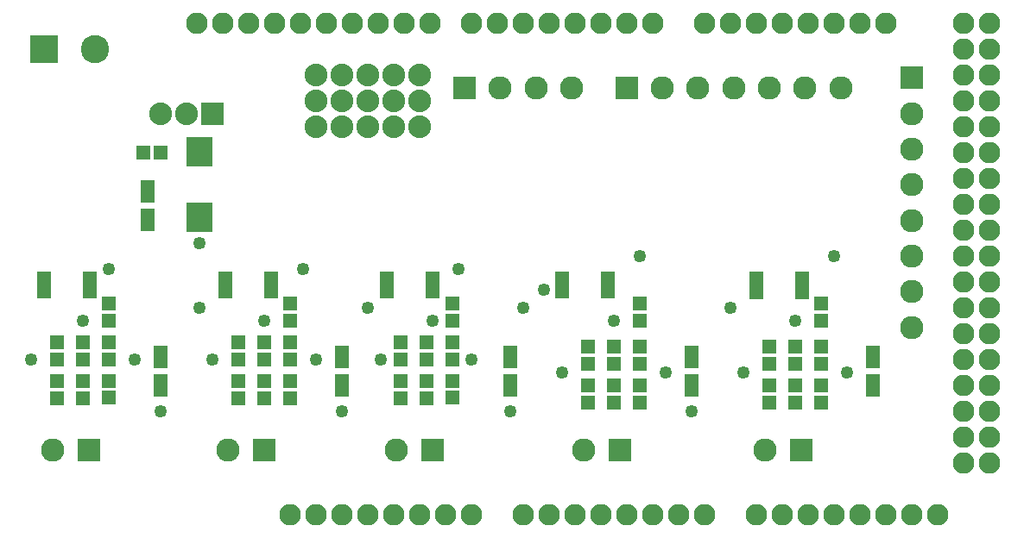
<source format=gts>
G04 MADE WITH FRITZING*
G04 WWW.FRITZING.ORG*
G04 DOUBLE SIDED*
G04 HOLES PLATED*
G04 CONTOUR ON CENTER OF CONTOUR VECTOR*
%ASAXBY*%
%FSLAX23Y23*%
%MOIN*%
%OFA0B0*%
%SFA1.0B1.0*%
%ADD10C,0.088000*%
%ADD11C,0.090000*%
%ADD12C,0.082917*%
%ADD13C,0.109055*%
%ADD14C,0.049370*%
%ADD15R,0.053307X0.025748*%
%ADD16R,0.090000X0.090000*%
%ADD17R,0.088000X0.088000*%
%ADD18R,0.109055X0.109055*%
%ADD19R,0.104488X0.112362*%
%ADD20R,0.057244X0.088740*%
%ADD21R,0.057244X0.053307*%
%ADD22R,0.053307X0.057244*%
%LNMASK1*%
G90*
G70*
G54D10*
X1500Y1807D03*
X1500Y1707D03*
X1500Y1607D03*
X1200Y1807D03*
X1200Y1707D03*
X1200Y1607D03*
X1300Y1807D03*
X1300Y1707D03*
X1300Y1607D03*
X1400Y1807D03*
X1400Y1707D03*
X1400Y1607D03*
X1600Y1807D03*
X1600Y1707D03*
X1600Y1607D03*
G54D11*
X3500Y1795D03*
X3500Y1657D03*
X3500Y1519D03*
X3500Y1381D03*
X3500Y1244D03*
X3500Y1106D03*
X3500Y968D03*
X3500Y830D03*
X1775Y1757D03*
X1912Y1757D03*
X2050Y1757D03*
X2188Y1757D03*
G54D10*
X800Y1657D03*
X700Y1657D03*
X600Y1657D03*
G54D12*
X3000Y107D03*
X1400Y107D03*
X3100Y107D03*
X3200Y107D03*
X3300Y107D03*
X3400Y107D03*
X3700Y1507D03*
X3500Y107D03*
X3600Y107D03*
X1440Y2007D03*
X2000Y107D03*
X2100Y107D03*
X2200Y107D03*
X2300Y107D03*
X3700Y707D03*
X2400Y107D03*
X2500Y107D03*
X2600Y107D03*
X2700Y107D03*
X2200Y2007D03*
X3700Y1907D03*
X3700Y1107D03*
X3700Y307D03*
X1040Y2007D03*
X1800Y107D03*
X1800Y2007D03*
X3700Y1707D03*
X3700Y1307D03*
X3700Y907D03*
X3400Y2007D03*
X3700Y507D03*
X3300Y2007D03*
X3200Y2007D03*
X3100Y2007D03*
X3000Y2007D03*
X2900Y2007D03*
X2800Y2007D03*
X2700Y2007D03*
X840Y2007D03*
X1240Y2007D03*
X1640Y2007D03*
X1200Y107D03*
X1600Y107D03*
X2400Y2007D03*
X2000Y2007D03*
X3700Y2007D03*
X3700Y1807D03*
X3700Y1607D03*
X3700Y1407D03*
X3700Y1207D03*
X3700Y1007D03*
X3700Y807D03*
X3700Y607D03*
X3700Y407D03*
X740Y2007D03*
X940Y2007D03*
X1140Y2007D03*
X1340Y2007D03*
X1540Y2007D03*
X1100Y107D03*
X1300Y107D03*
X1500Y107D03*
X1700Y107D03*
X2500Y2007D03*
X2300Y2007D03*
X2100Y2007D03*
X1900Y2007D03*
X3800Y2007D03*
X3800Y1907D03*
X3800Y1807D03*
X3800Y1707D03*
X3800Y1607D03*
X3800Y1507D03*
X3800Y1407D03*
X3800Y1307D03*
X3800Y1207D03*
X3800Y1107D03*
X3800Y1007D03*
X3800Y907D03*
X3800Y807D03*
X3800Y707D03*
X3800Y607D03*
X3800Y507D03*
X3800Y407D03*
X3800Y307D03*
X2900Y107D03*
G54D11*
X2400Y1757D03*
X2538Y1757D03*
X2676Y1757D03*
X2814Y1757D03*
X2951Y1757D03*
X3089Y1757D03*
X3227Y1757D03*
G54D13*
X150Y1907D03*
X347Y1907D03*
G54D11*
X3073Y357D03*
X2935Y357D03*
X2373Y357D03*
X2235Y357D03*
X1650Y357D03*
X1512Y357D03*
X1000Y357D03*
X862Y357D03*
X323Y357D03*
X185Y357D03*
G54D14*
X500Y707D03*
X100Y707D03*
X400Y1057D03*
X800Y707D03*
X1200Y707D03*
X1150Y1057D03*
X1450Y707D03*
X1800Y707D03*
X1750Y1057D03*
X2150Y657D03*
X2550Y657D03*
X2450Y1107D03*
X3200Y1107D03*
X3250Y657D03*
X2850Y657D03*
X300Y857D03*
X1000Y857D03*
X1650Y857D03*
X2350Y857D03*
X3050Y857D03*
X2800Y907D03*
X2650Y507D03*
X1950Y507D03*
X1300Y507D03*
X600Y507D03*
X2000Y907D03*
X1400Y907D03*
X750Y907D03*
X2082Y977D03*
X750Y1157D03*
G54D15*
X2900Y1031D03*
X2900Y1005D03*
X2900Y980D03*
X2900Y954D03*
X3077Y954D03*
X3077Y980D03*
X3077Y1005D03*
X3077Y1031D03*
X2150Y1032D03*
X2150Y1007D03*
X2150Y981D03*
X2150Y956D03*
X2327Y956D03*
X2327Y981D03*
X2327Y1007D03*
X2327Y1032D03*
X1473Y1031D03*
X1473Y1006D03*
X1473Y980D03*
X1473Y955D03*
X1650Y955D03*
X1650Y980D03*
X1650Y1006D03*
X1650Y1031D03*
X850Y1032D03*
X850Y1007D03*
X850Y981D03*
X850Y956D03*
X1027Y956D03*
X1027Y981D03*
X1027Y1007D03*
X1027Y1032D03*
X150Y1031D03*
X150Y1006D03*
X150Y980D03*
X150Y955D03*
X327Y955D03*
X327Y980D03*
X327Y1006D03*
X327Y1031D03*
G54D16*
X3500Y1795D03*
X1775Y1757D03*
G54D17*
X800Y1657D03*
G54D16*
X2400Y1757D03*
G54D18*
X150Y1907D03*
G54D16*
X3073Y357D03*
X2373Y357D03*
X1650Y357D03*
G54D19*
X750Y1509D03*
X750Y1257D03*
G54D16*
X1000Y357D03*
G54D20*
X550Y1247D03*
X550Y1357D03*
G54D21*
X600Y1507D03*
X533Y1507D03*
G54D16*
X323Y357D03*
G54D22*
X3050Y540D03*
X3050Y607D03*
X2350Y539D03*
X2350Y606D03*
X1627Y557D03*
X1627Y624D03*
X1000Y557D03*
X1000Y624D03*
X300Y557D03*
X300Y624D03*
X2950Y539D03*
X2950Y606D03*
X2250Y540D03*
X2250Y607D03*
X1527Y557D03*
X1527Y624D03*
X900Y557D03*
X900Y624D03*
X200Y557D03*
X200Y624D03*
X3150Y857D03*
X3150Y924D03*
X2450Y857D03*
X2450Y924D03*
X1727Y856D03*
X1727Y923D03*
X1100Y857D03*
X1100Y924D03*
X400Y857D03*
X400Y924D03*
X3050Y757D03*
X3050Y690D03*
X2350Y757D03*
X2350Y690D03*
X1627Y774D03*
X1627Y707D03*
X1000Y774D03*
X1000Y707D03*
X300Y774D03*
X300Y707D03*
G54D20*
X3350Y717D03*
X3350Y607D03*
X2650Y717D03*
X2650Y607D03*
X1950Y717D03*
X1950Y607D03*
X1300Y717D03*
X1300Y607D03*
X600Y717D03*
X600Y607D03*
G54D22*
X3150Y607D03*
X3150Y540D03*
X2450Y607D03*
X2450Y540D03*
X1727Y624D03*
X1727Y558D03*
X1100Y624D03*
X1100Y557D03*
X400Y624D03*
X400Y558D03*
X3150Y690D03*
X3150Y757D03*
X2450Y690D03*
X2450Y757D03*
X1727Y706D03*
X1727Y773D03*
X1100Y707D03*
X1100Y774D03*
X400Y707D03*
X400Y774D03*
X2950Y757D03*
X2950Y690D03*
X2250Y757D03*
X2250Y690D03*
X1527Y774D03*
X1527Y707D03*
X900Y774D03*
X900Y707D03*
X200Y774D03*
X200Y707D03*
G04 End of Mask1*
M02*
</source>
